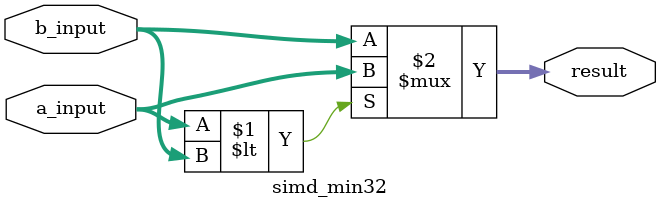
<source format=sv>
module simd_min32 (
    input  logic [31:0] a_input, b_input,
    output logic [31:0] result
);
    assign result = (a_input < b_input) ? a_input : b_input;

endmodule
</source>
